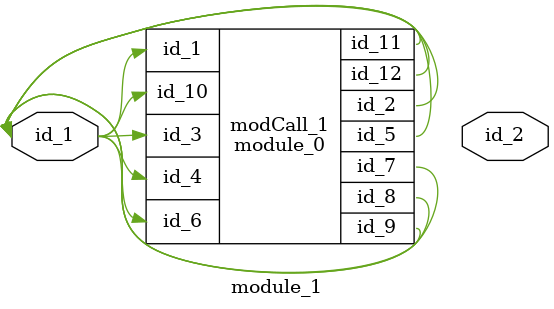
<source format=v>
module module_0 (
    id_1,
    id_2,
    id_3,
    id_4,
    id_5,
    id_6,
    id_7,
    id_8,
    id_9,
    id_10,
    id_11,
    id_12
);
  output wire id_12;
  output wire id_11;
  input wire id_10;
  inout wire id_9;
  inout wire id_8;
  inout wire id_7;
  input wire id_6;
  inout wire id_5;
  input wire id_4;
  input wire id_3;
  output wire id_2;
  input wire id_1;
  wire id_13;
endmodule
module module_1 (
    id_1,
    id_2
);
  output wire id_2;
  inout wire id_1;
  module_0 modCall_1 (
      id_1,
      id_1,
      id_1,
      id_1,
      id_1,
      id_1,
      id_1,
      id_1,
      id_1,
      id_1,
      id_1,
      id_1
  );
endmodule

</source>
